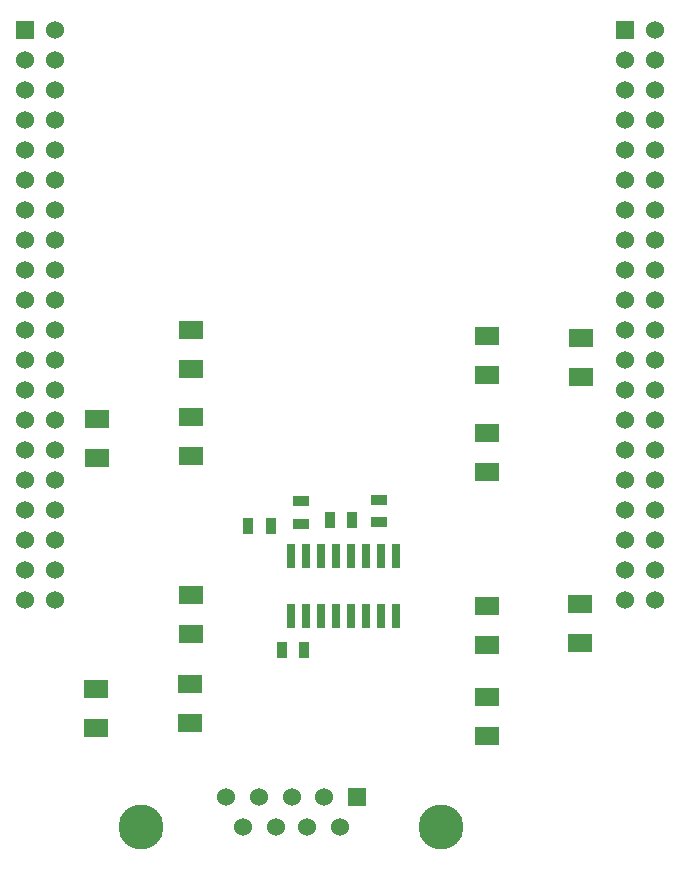
<source format=gbs>
G04 (created by PCBNEW (2013-07-07 BZR 4022)-stable) date 01/03/2015 13:42:32*
%MOIN*%
G04 Gerber Fmt 3.4, Leading zero omitted, Abs format*
%FSLAX34Y34*%
G01*
G70*
G90*
G04 APERTURE LIST*
%ADD10C,0.00590551*%
%ADD11R,0.06X0.06*%
%ADD12C,0.06*%
%ADD13R,0.08X0.06*%
%ADD14R,0.055X0.035*%
%ADD15R,0.035X0.055*%
%ADD16C,0.15*%
%ADD17R,0.03X0.0787402*%
G04 APERTURE END LIST*
G54D10*
G54D11*
X90838Y-34594D03*
G54D12*
X91838Y-34594D03*
X90838Y-39594D03*
X91838Y-35594D03*
X90838Y-40594D03*
X91838Y-36594D03*
X90838Y-41594D03*
X91838Y-37594D03*
X90838Y-42594D03*
X91838Y-38594D03*
X90838Y-43594D03*
X91838Y-39594D03*
X90838Y-44594D03*
X91838Y-40594D03*
X90838Y-45594D03*
X91838Y-41594D03*
X90838Y-46594D03*
X91838Y-42594D03*
X90838Y-47594D03*
X91838Y-43594D03*
X90838Y-48594D03*
X91838Y-44594D03*
X90838Y-49594D03*
X91838Y-45594D03*
X91838Y-46594D03*
X90838Y-50594D03*
X91838Y-47594D03*
X91838Y-49594D03*
X91838Y-50594D03*
X91838Y-51594D03*
X91838Y-52594D03*
X90838Y-51594D03*
X90838Y-52594D03*
X90838Y-35594D03*
X90838Y-36594D03*
X90838Y-37594D03*
X90838Y-38594D03*
X90838Y-53594D03*
X91838Y-53594D03*
X91838Y-48594D03*
G54D11*
X70838Y-34594D03*
G54D12*
X71838Y-34594D03*
X70838Y-39594D03*
X71838Y-35594D03*
X70838Y-40594D03*
X71838Y-36594D03*
X70838Y-41594D03*
X71838Y-37594D03*
X70838Y-42594D03*
X71838Y-38594D03*
X70838Y-43594D03*
X71838Y-39594D03*
X70838Y-44594D03*
X71838Y-40594D03*
X70838Y-45594D03*
X71838Y-41594D03*
X70838Y-46594D03*
X71838Y-42594D03*
X70838Y-47594D03*
X71838Y-43594D03*
X70838Y-48594D03*
X71838Y-44594D03*
X70838Y-49594D03*
X71838Y-45594D03*
X71838Y-46594D03*
X70838Y-50594D03*
X71838Y-47594D03*
X71838Y-49594D03*
X71838Y-50594D03*
X71838Y-51594D03*
X71838Y-52594D03*
X70838Y-51594D03*
X70838Y-52594D03*
X70838Y-35594D03*
X70838Y-36594D03*
X70838Y-37594D03*
X70838Y-38594D03*
X70838Y-53594D03*
X71838Y-53594D03*
X71838Y-48594D03*
G54D13*
X89380Y-44870D03*
X89380Y-46170D03*
X89340Y-53730D03*
X89340Y-55030D03*
X73208Y-57878D03*
X73208Y-56578D03*
X73228Y-48878D03*
X73228Y-47578D03*
G54D14*
X82620Y-51015D03*
X82620Y-50265D03*
X80040Y-51055D03*
X80040Y-50305D03*
G54D15*
X79385Y-55280D03*
X80135Y-55280D03*
X80985Y-50940D03*
X81735Y-50940D03*
X79015Y-51140D03*
X78265Y-51140D03*
G54D16*
X74690Y-61160D03*
X84690Y-61160D03*
G54D11*
X81890Y-60160D03*
G54D12*
X80790Y-60160D03*
X79740Y-60160D03*
X78640Y-60160D03*
X77540Y-60160D03*
X81340Y-61160D03*
X80240Y-61160D03*
X79190Y-61160D03*
X78090Y-61160D03*
G54D17*
X79690Y-52120D03*
X80190Y-52120D03*
X80690Y-52120D03*
X81190Y-52120D03*
X81690Y-52120D03*
X82190Y-52120D03*
X82690Y-52120D03*
X83190Y-52120D03*
X83190Y-54120D03*
X82690Y-54120D03*
X82190Y-54120D03*
X81690Y-54120D03*
X81190Y-54120D03*
X80690Y-54120D03*
X80190Y-54120D03*
X79690Y-54120D03*
G54D13*
X86220Y-58130D03*
X86220Y-56830D03*
X86220Y-44790D03*
X86220Y-46090D03*
X76377Y-53430D03*
X76377Y-54730D03*
X76320Y-57690D03*
X76320Y-56390D03*
X86220Y-49350D03*
X86220Y-48050D03*
X76377Y-44610D03*
X76377Y-45910D03*
X76377Y-48790D03*
X76377Y-47490D03*
X86220Y-53810D03*
X86220Y-55110D03*
M02*

</source>
